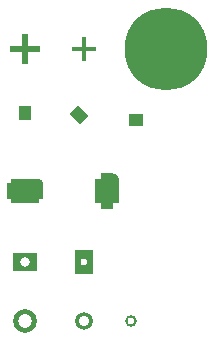
<source format=gbr>
G04 Test: Macro variables and expressions*
G04 Tests parametric macros with variables and arithmetic*
G04 Based on Gerber spec section 4.5.4*
%FSLAX26Y26*%
%MOMM*%
G04 Parametric donut: outer diameter $1, inner diameter calculated*
%AMDonutParam*
0 Outer circle with diameter $1*
1,1,$1,0,0*
0 Inner circle with diameter = outer * 0.6*
$2=$1x0.6*
1,0,$2,0,0*%
G04 Parametric rectangle with calculated hole*
%AMRectHole*
0 Rectangle $1 x $2 with centered circular hole*
21,1,$1,$2,0,0,0*
0 Hole diameter = min(width,height) * 0.4*
$3=$1x0.4*
1,0,$3,0,0*%
G04 Complex expression macro: rounded rectangle*
%AMRoundedRect*
0 Width=$1, Height=$2, Corner radius=$3*
0 Two overlapping rectangles*
21,1,$1,$2-$3-$3,0,0,0*
21,1,$1-$3-$3,$2,0,0,0*
0 Four corner circles (diameter = 2 * radius)*
$4=$1/2-$3*
$5=$2/2-$3*
$6=$3x2*
1,1,$6,$4,$5,0*
1,1,$6,-$4,$5,0*
1,1,$6,-$4,-$5,0*
1,1,$6,$4,-$5,0*%
G04 Macro with rotation parameter*
%AMArrowParam*
0 Arrow shape with width=$1, length=$2, rotation=$3*
$4=$1/2*
$5=$2x0.6*
0 Arrow body (rectangle)*
21,1,$1,$5,0,$5/2,$3*
0 Arrow head (triangle using outline)*
4,1,3,
-$4,$5,
$4,$5,
0,$2,
-$4,$5,
$3*%
G04 Macro with addition and subtraction*
%AMCrossCalc*
0 Cross: arm_width=$1, total_size=$2*
$3=$2-$1*
$4=$3/2*
0 Horizontal bar*
21,1,$2,$1,0,0,0*
0 Vertical bar*
21,1,$1,$2,0,0,0*%
G04 Macro demonstrating operator precedence*
%AMPrecedence*
0 Test: $1 + $2 x $3 should be $1 + ($2 * $3)*
$4=$1+$2x$3*
0 Circle with diameter = result*
1,1,$4,0,0*%
G04 Create apertures from parametric macros*
%ADD10DonutParam,2.0*%
%ADD11DonutParam,1.5*%
%ADD12DonutParam,1.0*%
%ADD20RectHole,2.0X1.5*%
%ADD21RectHole,1.5X2.0*%
%ADD30RoundedRect,3.0X2.0X0.3*%
%ADD31RoundedRect,2.0X3.0X0.5*%
%ADD40ArrowParam,1.0X2.0X0*%
%ADD41ArrowParam,1.0X2.0X45*%
%ADD42ArrowParam,1.0X2.0X90*%
%ADD50CrossCalc,0.5X2.5*%
%ADD51CrossCalc,0.3X2.0*%
G04 Test precedence: 1 + 2 x 3 = 7*
%ADD60Precedence,1.0X2.0X3.0*%
G04 Flash all apertures*
D10*
X3000000Y3000000D03*
D11*
X8000000Y3000000D03*
D12*
X12000000Y3000000D03*
D20*
X3000000Y8000000D03*
D21*
X8000000Y8000000D03*
D30*
X3000000Y14000000D03*
D31*
X10000000Y14000000D03*
D40*
X3000000Y20000000D03*
D41*
X8000000Y20000000D03*
D42*
X13000000Y20000000D03*
D50*
X3000000Y26000000D03*
D51*
X8000000Y26000000D03*
D60*
X15000000Y26000000D03*
M02*

</source>
